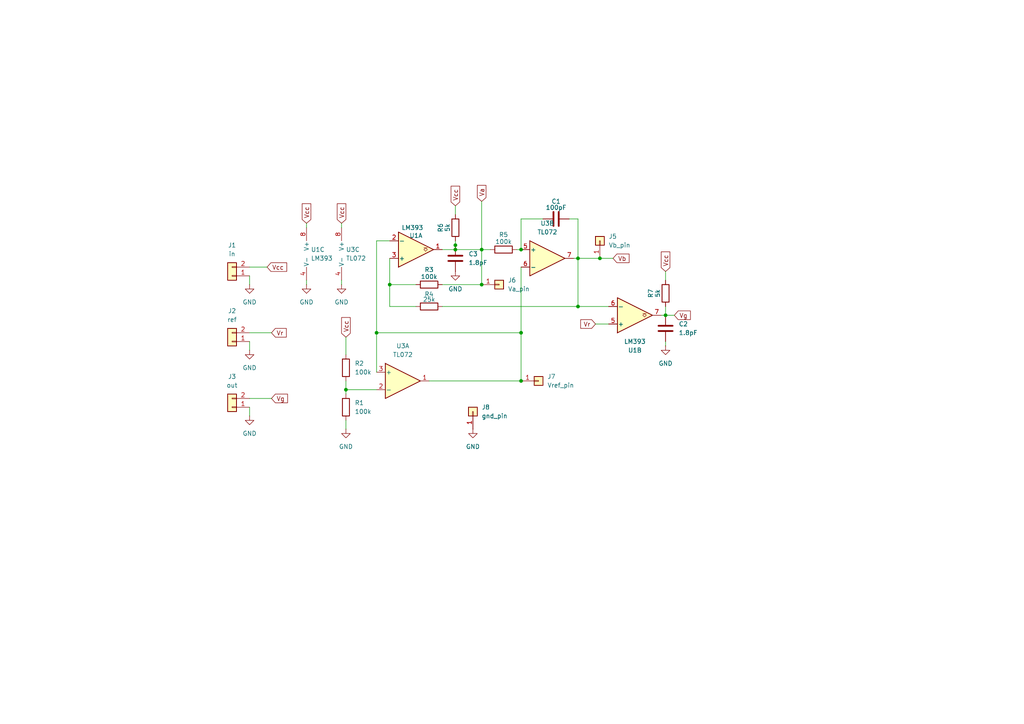
<source format=kicad_sch>
(kicad_sch
	(version 20250114)
	(generator "eeschema")
	(generator_version "9.0")
	(uuid "c173b516-44d1-4fca-b05d-de13b0adf578")
	(paper "A4")
	(lib_symbols
		(symbol "Amplifier_Operational:TL072"
			(pin_names
				(offset 0.127)
			)
			(exclude_from_sim no)
			(in_bom yes)
			(on_board yes)
			(property "Reference" "U"
				(at 0 5.08 0)
				(effects
					(font
						(size 1.27 1.27)
					)
					(justify left)
				)
			)
			(property "Value" "TL072"
				(at 0 -5.08 0)
				(effects
					(font
						(size 1.27 1.27)
					)
					(justify left)
				)
			)
			(property "Footprint" ""
				(at 0 0 0)
				(effects
					(font
						(size 1.27 1.27)
					)
					(hide yes)
				)
			)
			(property "Datasheet" "http://www.ti.com/lit/ds/symlink/tl071.pdf"
				(at 0 0 0)
				(effects
					(font
						(size 1.27 1.27)
					)
					(hide yes)
				)
			)
			(property "Description" "Dual Low-Noise JFET-Input Operational Amplifiers, DIP-8/SOIC-8"
				(at 0 0 0)
				(effects
					(font
						(size 1.27 1.27)
					)
					(hide yes)
				)
			)
			(property "ki_locked" ""
				(at 0 0 0)
				(effects
					(font
						(size 1.27 1.27)
					)
				)
			)
			(property "ki_keywords" "dual opamp"
				(at 0 0 0)
				(effects
					(font
						(size 1.27 1.27)
					)
					(hide yes)
				)
			)
			(property "ki_fp_filters" "SOIC*3.9x4.9mm*P1.27mm* DIP*W7.62mm* TO*99* OnSemi*Micro8* TSSOP*3x3mm*P0.65mm* TSSOP*4.4x3mm*P0.65mm* MSOP*3x3mm*P0.65mm* SSOP*3.9x4.9mm*P0.635mm* LFCSP*2x2mm*P0.5mm* *SIP* SOIC*5.3x6.2mm*P1.27mm*"
				(at 0 0 0)
				(effects
					(font
						(size 1.27 1.27)
					)
					(hide yes)
				)
			)
			(symbol "TL072_1_1"
				(polyline
					(pts
						(xy -5.08 5.08) (xy 5.08 0) (xy -5.08 -5.08) (xy -5.08 5.08)
					)
					(stroke
						(width 0.254)
						(type default)
					)
					(fill
						(type background)
					)
				)
				(pin input line
					(at -7.62 2.54 0)
					(length 2.54)
					(name "+"
						(effects
							(font
								(size 1.27 1.27)
							)
						)
					)
					(number "3"
						(effects
							(font
								(size 1.27 1.27)
							)
						)
					)
				)
				(pin input line
					(at -7.62 -2.54 0)
					(length 2.54)
					(name "-"
						(effects
							(font
								(size 1.27 1.27)
							)
						)
					)
					(number "2"
						(effects
							(font
								(size 1.27 1.27)
							)
						)
					)
				)
				(pin output line
					(at 7.62 0 180)
					(length 2.54)
					(name "~"
						(effects
							(font
								(size 1.27 1.27)
							)
						)
					)
					(number "1"
						(effects
							(font
								(size 1.27 1.27)
							)
						)
					)
				)
			)
			(symbol "TL072_2_1"
				(polyline
					(pts
						(xy -5.08 5.08) (xy 5.08 0) (xy -5.08 -5.08) (xy -5.08 5.08)
					)
					(stroke
						(width 0.254)
						(type default)
					)
					(fill
						(type background)
					)
				)
				(pin input line
					(at -7.62 2.54 0)
					(length 2.54)
					(name "+"
						(effects
							(font
								(size 1.27 1.27)
							)
						)
					)
					(number "5"
						(effects
							(font
								(size 1.27 1.27)
							)
						)
					)
				)
				(pin input line
					(at -7.62 -2.54 0)
					(length 2.54)
					(name "-"
						(effects
							(font
								(size 1.27 1.27)
							)
						)
					)
					(number "6"
						(effects
							(font
								(size 1.27 1.27)
							)
						)
					)
				)
				(pin output line
					(at 7.62 0 180)
					(length 2.54)
					(name "~"
						(effects
							(font
								(size 1.27 1.27)
							)
						)
					)
					(number "7"
						(effects
							(font
								(size 1.27 1.27)
							)
						)
					)
				)
			)
			(symbol "TL072_3_1"
				(pin power_in line
					(at -2.54 7.62 270)
					(length 3.81)
					(name "V+"
						(effects
							(font
								(size 1.27 1.27)
							)
						)
					)
					(number "8"
						(effects
							(font
								(size 1.27 1.27)
							)
						)
					)
				)
				(pin power_in line
					(at -2.54 -7.62 90)
					(length 3.81)
					(name "V-"
						(effects
							(font
								(size 1.27 1.27)
							)
						)
					)
					(number "4"
						(effects
							(font
								(size 1.27 1.27)
							)
						)
					)
				)
			)
			(embedded_fonts no)
		)
		(symbol "Comparator:LM393"
			(pin_names
				(offset 0.127)
			)
			(exclude_from_sim no)
			(in_bom yes)
			(on_board yes)
			(property "Reference" "U"
				(at 3.81 3.81 0)
				(effects
					(font
						(size 1.27 1.27)
					)
				)
			)
			(property "Value" "LM393"
				(at 6.35 -3.81 0)
				(effects
					(font
						(size 1.27 1.27)
					)
				)
			)
			(property "Footprint" ""
				(at 0 0 0)
				(effects
					(font
						(size 1.27 1.27)
					)
					(hide yes)
				)
			)
			(property "Datasheet" "http://www.ti.com/lit/ds/symlink/lm393.pdf"
				(at 0 0 0)
				(effects
					(font
						(size 1.27 1.27)
					)
					(hide yes)
				)
			)
			(property "Description" "Low-Power, Low-Offset Voltage, Dual Comparators, DIP-8/SOIC-8/TO-99-8"
				(at 0 0 0)
				(effects
					(font
						(size 1.27 1.27)
					)
					(hide yes)
				)
			)
			(property "ki_locked" ""
				(at 0 0 0)
				(effects
					(font
						(size 1.27 1.27)
					)
				)
			)
			(property "ki_keywords" "cmp open collector"
				(at 0 0 0)
				(effects
					(font
						(size 1.27 1.27)
					)
					(hide yes)
				)
			)
			(property "ki_fp_filters" "SOIC*3.9x4.9mm*P1.27mm* DIP*W7.62mm* SOP*5.28x5.23mm*P1.27mm* VSSOP*3x3mm*P0.65mm* TSSOP*4.4x3mm*P0.65mm*"
				(at 0 0 0)
				(effects
					(font
						(size 1.27 1.27)
					)
					(hide yes)
				)
			)
			(symbol "LM393_1_1"
				(polyline
					(pts
						(xy -5.08 5.08) (xy 5.08 0) (xy -5.08 -5.08) (xy -5.08 5.08)
					)
					(stroke
						(width 0.254)
						(type default)
					)
					(fill
						(type background)
					)
				)
				(polyline
					(pts
						(xy 3.302 -0.508) (xy 2.794 -0.508) (xy 3.302 0) (xy 2.794 0.508) (xy 2.286 0) (xy 2.794 -0.508)
						(xy 2.286 -0.508)
					)
					(stroke
						(width 0.127)
						(type default)
					)
					(fill
						(type none)
					)
				)
				(pin input line
					(at -7.62 2.54 0)
					(length 2.54)
					(name "+"
						(effects
							(font
								(size 1.27 1.27)
							)
						)
					)
					(number "3"
						(effects
							(font
								(size 1.27 1.27)
							)
						)
					)
				)
				(pin input line
					(at -7.62 -2.54 0)
					(length 2.54)
					(name "-"
						(effects
							(font
								(size 1.27 1.27)
							)
						)
					)
					(number "2"
						(effects
							(font
								(size 1.27 1.27)
							)
						)
					)
				)
				(pin open_collector line
					(at 7.62 0 180)
					(length 2.54)
					(name "~"
						(effects
							(font
								(size 1.27 1.27)
							)
						)
					)
					(number "1"
						(effects
							(font
								(size 1.27 1.27)
							)
						)
					)
				)
			)
			(symbol "LM393_2_1"
				(polyline
					(pts
						(xy -5.08 5.08) (xy 5.08 0) (xy -5.08 -5.08) (xy -5.08 5.08)
					)
					(stroke
						(width 0.254)
						(type default)
					)
					(fill
						(type background)
					)
				)
				(polyline
					(pts
						(xy 3.302 -0.508) (xy 2.794 -0.508) (xy 3.302 0) (xy 2.794 0.508) (xy 2.286 0) (xy 2.794 -0.508)
						(xy 2.286 -0.508)
					)
					(stroke
						(width 0.127)
						(type default)
					)
					(fill
						(type none)
					)
				)
				(pin input line
					(at -7.62 2.54 0)
					(length 2.54)
					(name "+"
						(effects
							(font
								(size 1.27 1.27)
							)
						)
					)
					(number "5"
						(effects
							(font
								(size 1.27 1.27)
							)
						)
					)
				)
				(pin input line
					(at -7.62 -2.54 0)
					(length 2.54)
					(name "-"
						(effects
							(font
								(size 1.27 1.27)
							)
						)
					)
					(number "6"
						(effects
							(font
								(size 1.27 1.27)
							)
						)
					)
				)
				(pin open_collector line
					(at 7.62 0 180)
					(length 2.54)
					(name "~"
						(effects
							(font
								(size 1.27 1.27)
							)
						)
					)
					(number "7"
						(effects
							(font
								(size 1.27 1.27)
							)
						)
					)
				)
			)
			(symbol "LM393_3_1"
				(pin power_in line
					(at -2.54 7.62 270)
					(length 3.81)
					(name "V+"
						(effects
							(font
								(size 1.27 1.27)
							)
						)
					)
					(number "8"
						(effects
							(font
								(size 1.27 1.27)
							)
						)
					)
				)
				(pin power_in line
					(at -2.54 -7.62 90)
					(length 3.81)
					(name "V-"
						(effects
							(font
								(size 1.27 1.27)
							)
						)
					)
					(number "4"
						(effects
							(font
								(size 1.27 1.27)
							)
						)
					)
				)
			)
			(embedded_fonts no)
		)
		(symbol "Connector_Generic:Conn_01x01"
			(pin_names
				(offset 1.016)
				(hide yes)
			)
			(exclude_from_sim no)
			(in_bom yes)
			(on_board yes)
			(property "Reference" "J"
				(at 0 2.54 0)
				(effects
					(font
						(size 1.27 1.27)
					)
				)
			)
			(property "Value" "Conn_01x01"
				(at 0 -2.54 0)
				(effects
					(font
						(size 1.27 1.27)
					)
				)
			)
			(property "Footprint" ""
				(at 0 0 0)
				(effects
					(font
						(size 1.27 1.27)
					)
					(hide yes)
				)
			)
			(property "Datasheet" "~"
				(at 0 0 0)
				(effects
					(font
						(size 1.27 1.27)
					)
					(hide yes)
				)
			)
			(property "Description" "Generic connector, single row, 01x01, script generated (kicad-library-utils/schlib/autogen/connector/)"
				(at 0 0 0)
				(effects
					(font
						(size 1.27 1.27)
					)
					(hide yes)
				)
			)
			(property "ki_keywords" "connector"
				(at 0 0 0)
				(effects
					(font
						(size 1.27 1.27)
					)
					(hide yes)
				)
			)
			(property "ki_fp_filters" "Connector*:*_1x??_*"
				(at 0 0 0)
				(effects
					(font
						(size 1.27 1.27)
					)
					(hide yes)
				)
			)
			(symbol "Conn_01x01_1_1"
				(rectangle
					(start -1.27 1.27)
					(end 1.27 -1.27)
					(stroke
						(width 0.254)
						(type default)
					)
					(fill
						(type background)
					)
				)
				(rectangle
					(start -1.27 0.127)
					(end 0 -0.127)
					(stroke
						(width 0.1524)
						(type default)
					)
					(fill
						(type none)
					)
				)
				(pin passive line
					(at -5.08 0 0)
					(length 3.81)
					(name "Pin_1"
						(effects
							(font
								(size 1.27 1.27)
							)
						)
					)
					(number "1"
						(effects
							(font
								(size 1.27 1.27)
							)
						)
					)
				)
			)
			(embedded_fonts no)
		)
		(symbol "Connector_Generic:Conn_01x02"
			(pin_names
				(offset 1.016)
				(hide yes)
			)
			(exclude_from_sim no)
			(in_bom yes)
			(on_board yes)
			(property "Reference" "J"
				(at 0 2.54 0)
				(effects
					(font
						(size 1.27 1.27)
					)
				)
			)
			(property "Value" "Conn_01x02"
				(at 0 -5.08 0)
				(effects
					(font
						(size 1.27 1.27)
					)
				)
			)
			(property "Footprint" ""
				(at 0 0 0)
				(effects
					(font
						(size 1.27 1.27)
					)
					(hide yes)
				)
			)
			(property "Datasheet" "~"
				(at 0 0 0)
				(effects
					(font
						(size 1.27 1.27)
					)
					(hide yes)
				)
			)
			(property "Description" "Generic connector, single row, 01x02, script generated (kicad-library-utils/schlib/autogen/connector/)"
				(at 0 0 0)
				(effects
					(font
						(size 1.27 1.27)
					)
					(hide yes)
				)
			)
			(property "ki_keywords" "connector"
				(at 0 0 0)
				(effects
					(font
						(size 1.27 1.27)
					)
					(hide yes)
				)
			)
			(property "ki_fp_filters" "Connector*:*_1x??_*"
				(at 0 0 0)
				(effects
					(font
						(size 1.27 1.27)
					)
					(hide yes)
				)
			)
			(symbol "Conn_01x02_1_1"
				(rectangle
					(start -1.27 1.27)
					(end 1.27 -3.81)
					(stroke
						(width 0.254)
						(type default)
					)
					(fill
						(type background)
					)
				)
				(rectangle
					(start -1.27 0.127)
					(end 0 -0.127)
					(stroke
						(width 0.1524)
						(type default)
					)
					(fill
						(type none)
					)
				)
				(rectangle
					(start -1.27 -2.413)
					(end 0 -2.667)
					(stroke
						(width 0.1524)
						(type default)
					)
					(fill
						(type none)
					)
				)
				(pin passive line
					(at -5.08 0 0)
					(length 3.81)
					(name "Pin_1"
						(effects
							(font
								(size 1.27 1.27)
							)
						)
					)
					(number "1"
						(effects
							(font
								(size 1.27 1.27)
							)
						)
					)
				)
				(pin passive line
					(at -5.08 -2.54 0)
					(length 3.81)
					(name "Pin_2"
						(effects
							(font
								(size 1.27 1.27)
							)
						)
					)
					(number "2"
						(effects
							(font
								(size 1.27 1.27)
							)
						)
					)
				)
			)
			(embedded_fonts no)
		)
		(symbol "Device:C"
			(pin_numbers
				(hide yes)
			)
			(pin_names
				(offset 0.254)
			)
			(exclude_from_sim no)
			(in_bom yes)
			(on_board yes)
			(property "Reference" "C"
				(at 0.635 2.54 0)
				(effects
					(font
						(size 1.27 1.27)
					)
					(justify left)
				)
			)
			(property "Value" "C"
				(at 0.635 -2.54 0)
				(effects
					(font
						(size 1.27 1.27)
					)
					(justify left)
				)
			)
			(property "Footprint" ""
				(at 0.9652 -3.81 0)
				(effects
					(font
						(size 1.27 1.27)
					)
					(hide yes)
				)
			)
			(property "Datasheet" "~"
				(at 0 0 0)
				(effects
					(font
						(size 1.27 1.27)
					)
					(hide yes)
				)
			)
			(property "Description" "Unpolarized capacitor"
				(at 0 0 0)
				(effects
					(font
						(size 1.27 1.27)
					)
					(hide yes)
				)
			)
			(property "ki_keywords" "cap capacitor"
				(at 0 0 0)
				(effects
					(font
						(size 1.27 1.27)
					)
					(hide yes)
				)
			)
			(property "ki_fp_filters" "C_*"
				(at 0 0 0)
				(effects
					(font
						(size 1.27 1.27)
					)
					(hide yes)
				)
			)
			(symbol "C_0_1"
				(polyline
					(pts
						(xy -2.032 0.762) (xy 2.032 0.762)
					)
					(stroke
						(width 0.508)
						(type default)
					)
					(fill
						(type none)
					)
				)
				(polyline
					(pts
						(xy -2.032 -0.762) (xy 2.032 -0.762)
					)
					(stroke
						(width 0.508)
						(type default)
					)
					(fill
						(type none)
					)
				)
			)
			(symbol "C_1_1"
				(pin passive line
					(at 0 3.81 270)
					(length 2.794)
					(name "~"
						(effects
							(font
								(size 1.27 1.27)
							)
						)
					)
					(number "1"
						(effects
							(font
								(size 1.27 1.27)
							)
						)
					)
				)
				(pin passive line
					(at 0 -3.81 90)
					(length 2.794)
					(name "~"
						(effects
							(font
								(size 1.27 1.27)
							)
						)
					)
					(number "2"
						(effects
							(font
								(size 1.27 1.27)
							)
						)
					)
				)
			)
			(embedded_fonts no)
		)
		(symbol "Device:R"
			(pin_numbers
				(hide yes)
			)
			(pin_names
				(offset 0)
			)
			(exclude_from_sim no)
			(in_bom yes)
			(on_board yes)
			(property "Reference" "R"
				(at 2.032 0 90)
				(effects
					(font
						(size 1.27 1.27)
					)
				)
			)
			(property "Value" "R"
				(at 0 0 90)
				(effects
					(font
						(size 1.27 1.27)
					)
				)
			)
			(property "Footprint" ""
				(at -1.778 0 90)
				(effects
					(font
						(size 1.27 1.27)
					)
					(hide yes)
				)
			)
			(property "Datasheet" "~"
				(at 0 0 0)
				(effects
					(font
						(size 1.27 1.27)
					)
					(hide yes)
				)
			)
			(property "Description" "Resistor"
				(at 0 0 0)
				(effects
					(font
						(size 1.27 1.27)
					)
					(hide yes)
				)
			)
			(property "ki_keywords" "R res resistor"
				(at 0 0 0)
				(effects
					(font
						(size 1.27 1.27)
					)
					(hide yes)
				)
			)
			(property "ki_fp_filters" "R_*"
				(at 0 0 0)
				(effects
					(font
						(size 1.27 1.27)
					)
					(hide yes)
				)
			)
			(symbol "R_0_1"
				(rectangle
					(start -1.016 -2.54)
					(end 1.016 2.54)
					(stroke
						(width 0.254)
						(type default)
					)
					(fill
						(type none)
					)
				)
			)
			(symbol "R_1_1"
				(pin passive line
					(at 0 3.81 270)
					(length 1.27)
					(name "~"
						(effects
							(font
								(size 1.27 1.27)
							)
						)
					)
					(number "1"
						(effects
							(font
								(size 1.27 1.27)
							)
						)
					)
				)
				(pin passive line
					(at 0 -3.81 90)
					(length 1.27)
					(name "~"
						(effects
							(font
								(size 1.27 1.27)
							)
						)
					)
					(number "2"
						(effects
							(font
								(size 1.27 1.27)
							)
						)
					)
				)
			)
			(embedded_fonts no)
		)
		(symbol "power:GND"
			(power)
			(pin_numbers
				(hide yes)
			)
			(pin_names
				(offset 0)
				(hide yes)
			)
			(exclude_from_sim no)
			(in_bom yes)
			(on_board yes)
			(property "Reference" "#PWR"
				(at 0 -6.35 0)
				(effects
					(font
						(size 1.27 1.27)
					)
					(hide yes)
				)
			)
			(property "Value" "GND"
				(at 0 -3.81 0)
				(effects
					(font
						(size 1.27 1.27)
					)
				)
			)
			(property "Footprint" ""
				(at 0 0 0)
				(effects
					(font
						(size 1.27 1.27)
					)
					(hide yes)
				)
			)
			(property "Datasheet" ""
				(at 0 0 0)
				(effects
					(font
						(size 1.27 1.27)
					)
					(hide yes)
				)
			)
			(property "Description" "Power symbol creates a global label with name \"GND\" , ground"
				(at 0 0 0)
				(effects
					(font
						(size 1.27 1.27)
					)
					(hide yes)
				)
			)
			(property "ki_keywords" "global power"
				(at 0 0 0)
				(effects
					(font
						(size 1.27 1.27)
					)
					(hide yes)
				)
			)
			(symbol "GND_0_1"
				(polyline
					(pts
						(xy 0 0) (xy 0 -1.27) (xy 1.27 -1.27) (xy 0 -2.54) (xy -1.27 -1.27) (xy 0 -1.27)
					)
					(stroke
						(width 0)
						(type default)
					)
					(fill
						(type none)
					)
				)
			)
			(symbol "GND_1_1"
				(pin power_in line
					(at 0 0 270)
					(length 0)
					(name "~"
						(effects
							(font
								(size 1.27 1.27)
							)
						)
					)
					(number "1"
						(effects
							(font
								(size 1.27 1.27)
							)
						)
					)
				)
			)
			(embedded_fonts no)
		)
	)
	(junction
		(at 167.64 88.9)
		(diameter 0)
		(color 0 0 0 0)
		(uuid "1aa97f6e-1bf2-4b8c-ae42-6da0b09ac34b")
	)
	(junction
		(at 173.99 74.93)
		(diameter 0)
		(color 0 0 0 0)
		(uuid "201960fe-b1ed-46e9-96bd-c1f4c2c98564")
	)
	(junction
		(at 109.22 96.52)
		(diameter 0)
		(color 0 0 0 0)
		(uuid "227371e6-44a1-4ab8-a787-55696831edb8")
	)
	(junction
		(at 193.04 91.44)
		(diameter 0)
		(color 0 0 0 0)
		(uuid "346c2680-a211-437e-9c6b-872463f3debb")
	)
	(junction
		(at 167.64 74.93)
		(diameter 0)
		(color 0 0 0 0)
		(uuid "45576925-81be-4680-8e48-4ce729608153")
	)
	(junction
		(at 113.03 82.55)
		(diameter 0)
		(color 0 0 0 0)
		(uuid "4e5b61d1-a317-4b94-ab6d-4d441ca8f9eb")
	)
	(junction
		(at 100.33 113.03)
		(diameter 0)
		(color 0 0 0 0)
		(uuid "5c1492e8-9ebd-4818-bd36-c67c7676fa2a")
	)
	(junction
		(at 132.08 71.12)
		(diameter 0)
		(color 0 0 0 0)
		(uuid "62e5d95d-9219-4ab5-a85f-d5bfeae2bb91")
	)
	(junction
		(at 151.13 72.39)
		(diameter 0)
		(color 0 0 0 0)
		(uuid "6f202538-8e18-49f0-ada9-c7e02824ee8f")
	)
	(junction
		(at 151.13 110.49)
		(diameter 0)
		(color 0 0 0 0)
		(uuid "79a6e053-af08-4a1a-ad2b-049fa04c7354")
	)
	(junction
		(at 132.08 72.39)
		(diameter 0)
		(color 0 0 0 0)
		(uuid "7f7cc0f8-17cb-4a57-a678-d0d7fcdf955f")
	)
	(junction
		(at 139.7 82.55)
		(diameter 0)
		(color 0 0 0 0)
		(uuid "bb9d2ef3-4221-47f0-9214-bd9edf3f732d")
	)
	(junction
		(at 139.7 72.39)
		(diameter 0)
		(color 0 0 0 0)
		(uuid "c04808eb-78d1-4ef0-ad04-ae21a47369c4")
	)
	(junction
		(at 151.13 96.52)
		(diameter 0)
		(color 0 0 0 0)
		(uuid "c8c2f0b1-0963-456d-a40b-22027f796703")
	)
	(wire
		(pts
			(xy 167.64 88.9) (xy 176.53 88.9)
		)
		(stroke
			(width 0)
			(type default)
		)
		(uuid "03cf1681-cbcb-485b-ba45-3c1f05b8c139")
	)
	(wire
		(pts
			(xy 139.7 72.39) (xy 132.08 72.39)
		)
		(stroke
			(width 0)
			(type default)
		)
		(uuid "05b7c347-0cb5-4642-9960-23708d1dec66")
	)
	(wire
		(pts
			(xy 193.04 78.74) (xy 193.04 81.28)
		)
		(stroke
			(width 0)
			(type default)
		)
		(uuid "06485d46-e920-444a-9de7-95d2a69c2492")
	)
	(wire
		(pts
			(xy 167.64 74.93) (xy 173.99 74.93)
		)
		(stroke
			(width 0)
			(type default)
		)
		(uuid "16fbc7fe-84c2-44c1-95e3-781477e55648")
	)
	(wire
		(pts
			(xy 72.39 77.47) (xy 77.47 77.47)
		)
		(stroke
			(width 0)
			(type default)
		)
		(uuid "18754f6e-93a8-4ccb-847a-8faaaa2c08c8")
	)
	(wire
		(pts
			(xy 167.64 74.93) (xy 167.64 63.5)
		)
		(stroke
			(width 0)
			(type default)
		)
		(uuid "192e1328-8f99-4ce0-ba47-a93fba593aae")
	)
	(wire
		(pts
			(xy 88.9 81.28) (xy 88.9 82.55)
		)
		(stroke
			(width 0)
			(type default)
		)
		(uuid "1d856709-5da1-4ae5-878c-84389b78e7fe")
	)
	(wire
		(pts
			(xy 124.46 110.49) (xy 151.13 110.49)
		)
		(stroke
			(width 0)
			(type default)
		)
		(uuid "1de00b41-33a6-494d-a54a-5c844cddebf0")
	)
	(wire
		(pts
			(xy 99.06 64.77) (xy 99.06 66.04)
		)
		(stroke
			(width 0)
			(type default)
		)
		(uuid "1ed76978-5901-4006-a44b-9278530d33a6")
	)
	(wire
		(pts
			(xy 151.13 63.5) (xy 151.13 72.39)
		)
		(stroke
			(width 0)
			(type default)
		)
		(uuid "2300e531-1de9-4a88-9490-06fa4bea6f69")
	)
	(wire
		(pts
			(xy 128.27 72.39) (xy 132.08 72.39)
		)
		(stroke
			(width 0)
			(type default)
		)
		(uuid "397da638-016e-4b48-9fbf-92e6d4ba2577")
	)
	(wire
		(pts
			(xy 100.33 97.79) (xy 100.33 102.87)
		)
		(stroke
			(width 0)
			(type default)
		)
		(uuid "3a31f395-e77d-474b-9f95-473adb5bea30")
	)
	(wire
		(pts
			(xy 109.22 69.85) (xy 113.03 69.85)
		)
		(stroke
			(width 0)
			(type default)
		)
		(uuid "3bee1dbf-23a9-4743-95d0-b2c99eebfe90")
	)
	(wire
		(pts
			(xy 100.33 110.49) (xy 100.33 113.03)
		)
		(stroke
			(width 0)
			(type default)
		)
		(uuid "3e686814-733a-458e-85aa-4fbea3a6fd5f")
	)
	(wire
		(pts
			(xy 167.64 74.93) (xy 167.64 88.9)
		)
		(stroke
			(width 0)
			(type default)
		)
		(uuid "3ef4309b-70b7-4d17-814f-a639daadf578")
	)
	(wire
		(pts
			(xy 72.39 80.01) (xy 72.39 82.55)
		)
		(stroke
			(width 0)
			(type default)
		)
		(uuid "3fd4e43c-ad7c-44fd-8b06-3736bcc2e6ab")
	)
	(wire
		(pts
			(xy 109.22 96.52) (xy 109.22 69.85)
		)
		(stroke
			(width 0)
			(type default)
		)
		(uuid "43c836db-c523-4f54-8cd3-84274522e666")
	)
	(wire
		(pts
			(xy 151.13 77.47) (xy 151.13 96.52)
		)
		(stroke
			(width 0)
			(type default)
		)
		(uuid "48d204e8-1b32-4f6c-a792-e7aeabecc5da")
	)
	(wire
		(pts
			(xy 113.03 74.93) (xy 113.03 82.55)
		)
		(stroke
			(width 0)
			(type default)
		)
		(uuid "4ddbb3b5-51c5-474b-b88b-a423f464733e")
	)
	(wire
		(pts
			(xy 109.22 96.52) (xy 109.22 107.95)
		)
		(stroke
			(width 0)
			(type default)
		)
		(uuid "511e4829-0d3b-49cb-b6f7-24b193029feb")
	)
	(wire
		(pts
			(xy 193.04 88.9) (xy 193.04 91.44)
		)
		(stroke
			(width 0)
			(type default)
		)
		(uuid "54cecd0f-56ba-4692-a437-158a29f40afb")
	)
	(wire
		(pts
			(xy 132.08 69.85) (xy 132.08 71.12)
		)
		(stroke
			(width 0)
			(type default)
		)
		(uuid "576fb7de-02d1-4b90-b8ed-e250572d71cd")
	)
	(wire
		(pts
			(xy 172.72 93.98) (xy 176.53 93.98)
		)
		(stroke
			(width 0)
			(type default)
		)
		(uuid "5904e6aa-e351-4f80-9e1b-3ce6ebf1e43e")
	)
	(wire
		(pts
			(xy 193.04 100.33) (xy 193.04 99.06)
		)
		(stroke
			(width 0)
			(type default)
		)
		(uuid "59a83372-a6fc-461d-b6d3-c593edf6f781")
	)
	(wire
		(pts
			(xy 72.39 96.52) (xy 78.74 96.52)
		)
		(stroke
			(width 0)
			(type default)
		)
		(uuid "5bf0296c-97f7-441b-af36-4ed13c7d8de4")
	)
	(wire
		(pts
			(xy 139.7 82.55) (xy 139.7 72.39)
		)
		(stroke
			(width 0)
			(type default)
		)
		(uuid "60b77b96-fe3e-4944-b83b-35e0491eb1bd")
	)
	(wire
		(pts
			(xy 100.33 121.92) (xy 100.33 124.46)
		)
		(stroke
			(width 0)
			(type default)
		)
		(uuid "63db0a2f-3440-42ae-bd10-7a4d28faaba6")
	)
	(wire
		(pts
			(xy 173.99 74.93) (xy 177.8 74.93)
		)
		(stroke
			(width 0)
			(type default)
		)
		(uuid "681e6c92-00e4-4640-9584-3a392b5eec8a")
	)
	(wire
		(pts
			(xy 72.39 99.06) (xy 72.39 101.6)
		)
		(stroke
			(width 0)
			(type default)
		)
		(uuid "6a252470-dc74-4120-ac17-9f04548659f6")
	)
	(wire
		(pts
			(xy 88.9 64.77) (xy 88.9 66.04)
		)
		(stroke
			(width 0)
			(type default)
		)
		(uuid "6b29ab95-9886-4b71-8189-7fa4a11dbc18")
	)
	(wire
		(pts
			(xy 193.04 91.44) (xy 195.58 91.44)
		)
		(stroke
			(width 0)
			(type default)
		)
		(uuid "6e1e8428-211f-48be-b802-133b4947851b")
	)
	(wire
		(pts
			(xy 113.03 88.9) (xy 120.65 88.9)
		)
		(stroke
			(width 0)
			(type default)
		)
		(uuid "808c273f-316c-4b4f-8f64-e8f0f370bc90")
	)
	(wire
		(pts
			(xy 72.39 118.11) (xy 72.39 120.65)
		)
		(stroke
			(width 0)
			(type default)
		)
		(uuid "87a4418d-a36a-4099-9985-48877e86d7ba")
	)
	(wire
		(pts
			(xy 132.08 71.12) (xy 132.08 72.39)
		)
		(stroke
			(width 0)
			(type default)
		)
		(uuid "889001d5-5819-4db7-bdcb-315fc190385a")
	)
	(wire
		(pts
			(xy 100.33 113.03) (xy 109.22 113.03)
		)
		(stroke
			(width 0)
			(type default)
		)
		(uuid "8b21c7e9-a8c0-41e2-a7bb-34ebf9332972")
	)
	(wire
		(pts
			(xy 99.06 81.28) (xy 99.06 82.55)
		)
		(stroke
			(width 0)
			(type default)
		)
		(uuid "8d73e0db-d896-40e8-87c8-5dcf054d9079")
	)
	(wire
		(pts
			(xy 166.37 74.93) (xy 167.64 74.93)
		)
		(stroke
			(width 0)
			(type default)
		)
		(uuid "9688834d-bf7e-4c67-9dc6-2376acc22b5b")
	)
	(wire
		(pts
			(xy 139.7 72.39) (xy 142.24 72.39)
		)
		(stroke
			(width 0)
			(type default)
		)
		(uuid "9cdb8281-e310-425c-a204-16b188b2bed0")
	)
	(wire
		(pts
			(xy 191.77 91.44) (xy 193.04 91.44)
		)
		(stroke
			(width 0)
			(type default)
		)
		(uuid "a237aab5-c9be-486f-b817-bbd25ea12c93")
	)
	(wire
		(pts
			(xy 151.13 63.5) (xy 157.48 63.5)
		)
		(stroke
			(width 0)
			(type default)
		)
		(uuid "a476ca84-874d-449a-8ac8-97f148b7a550")
	)
	(wire
		(pts
			(xy 72.39 115.57) (xy 78.74 115.57)
		)
		(stroke
			(width 0)
			(type default)
		)
		(uuid "b4c59c01-4bd2-434d-b048-cf25c85272cf")
	)
	(wire
		(pts
			(xy 128.27 88.9) (xy 167.64 88.9)
		)
		(stroke
			(width 0)
			(type default)
		)
		(uuid "ba903884-27c1-4a9d-8e16-47060f1610ec")
	)
	(wire
		(pts
			(xy 113.03 82.55) (xy 120.65 82.55)
		)
		(stroke
			(width 0)
			(type default)
		)
		(uuid "c6595139-9590-43e8-bc72-2d7630f24069")
	)
	(wire
		(pts
			(xy 113.03 82.55) (xy 113.03 88.9)
		)
		(stroke
			(width 0)
			(type default)
		)
		(uuid "c838750f-713a-43b0-a5c5-a9bf80661692")
	)
	(wire
		(pts
			(xy 100.33 113.03) (xy 100.33 114.3)
		)
		(stroke
			(width 0)
			(type default)
		)
		(uuid "ce24155e-10cd-4fd4-82ec-0aef6cbdca1e")
	)
	(wire
		(pts
			(xy 139.7 58.42) (xy 139.7 72.39)
		)
		(stroke
			(width 0)
			(type default)
		)
		(uuid "d861df14-58da-4220-9855-950b7eade5d3")
	)
	(wire
		(pts
			(xy 109.22 96.52) (xy 151.13 96.52)
		)
		(stroke
			(width 0)
			(type default)
		)
		(uuid "ebb28775-d3d8-40b1-806a-14e95d056d3f")
	)
	(wire
		(pts
			(xy 165.1 63.5) (xy 167.64 63.5)
		)
		(stroke
			(width 0)
			(type default)
		)
		(uuid "ef40f160-85f7-41b8-89af-79d0c3d83469")
	)
	(wire
		(pts
			(xy 128.27 82.55) (xy 139.7 82.55)
		)
		(stroke
			(width 0)
			(type default)
		)
		(uuid "efcfe7c6-2384-43f3-b09c-fb588868b7bd")
	)
	(wire
		(pts
			(xy 132.08 59.69) (xy 132.08 62.23)
		)
		(stroke
			(width 0)
			(type default)
		)
		(uuid "f5bc2218-774a-4db7-b8b6-63f5e3dce15d")
	)
	(wire
		(pts
			(xy 151.13 96.52) (xy 151.13 110.49)
		)
		(stroke
			(width 0)
			(type default)
		)
		(uuid "f9641888-e047-4168-bbd3-5578ef098eca")
	)
	(wire
		(pts
			(xy 149.86 72.39) (xy 151.13 72.39)
		)
		(stroke
			(width 0)
			(type default)
		)
		(uuid "fe5814a9-0fab-4dcc-a71d-3e3817be3490")
	)
	(global_label "Vcc"
		(shape input)
		(at 88.9 64.77 90)
		(fields_autoplaced yes)
		(effects
			(font
				(size 1.27 1.27)
			)
			(justify left)
		)
		(uuid "10db0131-614f-4490-9db0-a0cc4264df6a")
		(property "Intersheetrefs" "${INTERSHEET_REFS}"
			(at 88.9 58.519 90)
			(effects
				(font
					(size 1.27 1.27)
				)
				(justify left)
				(hide yes)
			)
		)
	)
	(global_label "Vb"
		(shape input)
		(at 177.8 74.93 0)
		(fields_autoplaced yes)
		(effects
			(font
				(size 1.27 1.27)
			)
			(justify left)
		)
		(uuid "3e227a58-001e-43cc-a969-e10822056b42")
		(property "Intersheetrefs" "${INTERSHEET_REFS}"
			(at 183.0228 74.93 0)
			(effects
				(font
					(size 1.27 1.27)
				)
				(justify left)
				(hide yes)
			)
		)
	)
	(global_label "Vg"
		(shape input)
		(at 195.58 91.44 0)
		(fields_autoplaced yes)
		(effects
			(font
				(size 1.27 1.27)
			)
			(justify left)
		)
		(uuid "44d9c31e-6a36-4216-891c-425e5dd864cd")
		(property "Intersheetrefs" "${INTERSHEET_REFS}"
			(at 200.8028 91.44 0)
			(effects
				(font
					(size 1.27 1.27)
				)
				(justify left)
				(hide yes)
			)
		)
	)
	(global_label "Vcc"
		(shape input)
		(at 99.06 64.77 90)
		(fields_autoplaced yes)
		(effects
			(font
				(size 1.27 1.27)
			)
			(justify left)
		)
		(uuid "44e42e1e-9d86-4e14-82a5-8fed3beb3f17")
		(property "Intersheetrefs" "${INTERSHEET_REFS}"
			(at 99.06 58.519 90)
			(effects
				(font
					(size 1.27 1.27)
				)
				(justify left)
				(hide yes)
			)
		)
	)
	(global_label "Vcc"
		(shape input)
		(at 193.04 78.74 90)
		(fields_autoplaced yes)
		(effects
			(font
				(size 1.27 1.27)
			)
			(justify left)
		)
		(uuid "4a56bcb1-4164-4ac8-8621-a39ad57c68c5")
		(property "Intersheetrefs" "${INTERSHEET_REFS}"
			(at 193.04 72.489 90)
			(effects
				(font
					(size 1.27 1.27)
				)
				(justify left)
				(hide yes)
			)
		)
	)
	(global_label "Vcc"
		(shape input)
		(at 77.47 77.47 0)
		(fields_autoplaced yes)
		(effects
			(font
				(size 1.27 1.27)
			)
			(justify left)
		)
		(uuid "6423add0-59db-45e9-9ad5-318dedc97aac")
		(property "Intersheetrefs" "${INTERSHEET_REFS}"
			(at 83.721 77.47 0)
			(effects
				(font
					(size 1.27 1.27)
				)
				(justify left)
				(hide yes)
			)
		)
	)
	(global_label "Vr"
		(shape input)
		(at 172.72 93.98 180)
		(fields_autoplaced yes)
		(effects
			(font
				(size 1.27 1.27)
			)
			(justify right)
		)
		(uuid "ba0283de-35e6-4d61-93c1-eda54fad0230")
		(property "Intersheetrefs" "${INTERSHEET_REFS}"
			(at 167.86 93.98 0)
			(effects
				(font
					(size 1.27 1.27)
				)
				(justify right)
				(hide yes)
			)
		)
	)
	(global_label "Vg"
		(shape input)
		(at 78.74 115.57 0)
		(fields_autoplaced yes)
		(effects
			(font
				(size 1.27 1.27)
			)
			(justify left)
		)
		(uuid "cbc27866-28b4-4f57-8ef9-5e51a84d418f")
		(property "Intersheetrefs" "${INTERSHEET_REFS}"
			(at 83.9628 115.57 0)
			(effects
				(font
					(size 1.27 1.27)
				)
				(justify left)
				(hide yes)
			)
		)
	)
	(global_label "Vr"
		(shape input)
		(at 78.74 96.52 0)
		(fields_autoplaced yes)
		(effects
			(font
				(size 1.27 1.27)
			)
			(justify left)
		)
		(uuid "dc37a68e-5c68-47c3-9d54-695d9637f0a4")
		(property "Intersheetrefs" "${INTERSHEET_REFS}"
			(at 83.6 96.52 0)
			(effects
				(font
					(size 1.27 1.27)
				)
				(justify left)
				(hide yes)
			)
		)
	)
	(global_label "Va"
		(shape input)
		(at 139.7 58.42 90)
		(fields_autoplaced yes)
		(effects
			(font
				(size 1.27 1.27)
			)
			(justify left)
		)
		(uuid "de38980c-0bb4-4ecc-b6ba-5ecd91f9aeae")
		(property "Intersheetrefs" "${INTERSHEET_REFS}"
			(at 139.7 53.1972 90)
			(effects
				(font
					(size 1.27 1.27)
				)
				(justify left)
				(hide yes)
			)
		)
	)
	(global_label "Vcc"
		(shape input)
		(at 100.33 97.79 90)
		(fields_autoplaced yes)
		(effects
			(font
				(size 1.27 1.27)
			)
			(justify left)
		)
		(uuid "e7fa0609-8dcb-46b0-9aa5-e79e5e5f53cb")
		(property "Intersheetrefs" "${INTERSHEET_REFS}"
			(at 100.33 91.539 90)
			(effects
				(font
					(size 1.27 1.27)
				)
				(justify left)
				(hide yes)
			)
		)
	)
	(global_label "Vcc"
		(shape input)
		(at 132.08 59.69 90)
		(fields_autoplaced yes)
		(effects
			(font
				(size 1.27 1.27)
			)
			(justify left)
		)
		(uuid "f78017dd-ae2a-42ef-b6b3-11f60733357f")
		(property "Intersheetrefs" "${INTERSHEET_REFS}"
			(at 132.08 53.439 90)
			(effects
				(font
					(size 1.27 1.27)
				)
				(justify left)
				(hide yes)
			)
		)
	)
	(symbol
		(lib_id "Comparator:LM393")
		(at 120.65 72.39 0)
		(mirror x)
		(unit 1)
		(exclude_from_sim no)
		(in_bom yes)
		(on_board yes)
		(dnp no)
		(uuid "1265f648-8d43-48bd-9f06-ebca5c46519a")
		(property "Reference" "U1"
			(at 120.65 68.326 0)
			(effects
				(font
					(size 1.27 1.27)
				)
			)
		)
		(property "Value" "LM393"
			(at 119.634 66.04 0)
			(effects
				(font
					(size 1.27 1.27)
				)
			)
		)
		(property "Footprint" "Package_DIP:DIP-8_W7.62mm"
			(at 120.65 72.39 0)
			(effects
				(font
					(size 1.27 1.27)
				)
				(hide yes)
			)
		)
		(property "Datasheet" "http://www.ti.com/lit/ds/symlink/lm393.pdf"
			(at 120.65 72.39 0)
			(effects
				(font
					(size 1.27 1.27)
				)
				(hide yes)
			)
		)
		(property "Description" "Low-Power, Low-Offset Voltage, Dual Comparators, DIP-8/SOIC-8/TO-99-8"
			(at 120.65 72.39 0)
			(effects
				(font
					(size 1.27 1.27)
				)
				(hide yes)
			)
		)
		(pin "5"
			(uuid "4a52075f-7a91-49e6-aac2-62a1720dd00e")
		)
		(pin "3"
			(uuid "9581f477-3a92-438d-9ec9-4e0fba3426b6")
		)
		(pin "6"
			(uuid "9e8ffa97-5d03-4329-8c11-d4de9ba9c956")
		)
		(pin "8"
			(uuid "01f46a3a-d390-442a-b950-f3d481aac2fb")
		)
		(pin "1"
			(uuid "c2e32a47-2142-4252-bb30-ae2ab8da946b")
		)
		(pin "4"
			(uuid "c0637568-17b8-427f-a2d8-de27a6b4cf85")
		)
		(pin "2"
			(uuid "2363afe3-b8e4-43b6-af60-38563544ea72")
		)
		(pin "7"
			(uuid "c20f9c8b-1fbd-49db-9c2f-988c86e019d6")
		)
		(instances
			(project ""
				(path "/c173b516-44d1-4fca-b05d-de13b0adf578"
					(reference "U1")
					(unit 1)
				)
			)
		)
	)
	(symbol
		(lib_id "Device:R")
		(at 132.08 66.04 180)
		(unit 1)
		(exclude_from_sim no)
		(in_bom yes)
		(on_board yes)
		(dnp no)
		(uuid "24e04f58-7f98-4453-afdf-b903e09f4be4")
		(property "Reference" "R6"
			(at 127.762 66.04 90)
			(effects
				(font
					(size 1.27 1.27)
				)
			)
		)
		(property "Value" "5k"
			(at 129.794 66.04 90)
			(effects
				(font
					(size 1.27 1.27)
				)
			)
		)
		(property "Footprint" "Resistor_THT:R_Axial_DIN0204_L3.6mm_D1.6mm_P7.62mm_Horizontal"
			(at 133.858 66.04 90)
			(effects
				(font
					(size 1.27 1.27)
				)
				(hide yes)
			)
		)
		(property "Datasheet" "~"
			(at 132.08 66.04 0)
			(effects
				(font
					(size 1.27 1.27)
				)
				(hide yes)
			)
		)
		(property "Description" "Resistor"
			(at 132.08 66.04 0)
			(effects
				(font
					(size 1.27 1.27)
				)
				(hide yes)
			)
		)
		(pin "2"
			(uuid "8855cf39-5d5a-493a-b1d3-7dd80c03120e")
		)
		(pin "1"
			(uuid "9dfc43a7-0b77-484e-9fd0-dca92162d4c4")
		)
		(instances
			(project "pwm_pcb"
				(path "/c173b516-44d1-4fca-b05d-de13b0adf578"
					(reference "R6")
					(unit 1)
				)
			)
		)
	)
	(symbol
		(lib_id "Connector_Generic:Conn_01x01")
		(at 173.99 69.85 90)
		(unit 1)
		(exclude_from_sim no)
		(in_bom yes)
		(on_board yes)
		(dnp no)
		(fields_autoplaced yes)
		(uuid "2e75f512-6622-4a44-a9af-4223ddecce9a")
		(property "Reference" "J5"
			(at 176.53 68.5799 90)
			(effects
				(font
					(size 1.27 1.27)
				)
				(justify right)
			)
		)
		(property "Value" "Vb_pin"
			(at 176.53 71.1199 90)
			(effects
				(font
					(size 1.27 1.27)
				)
				(justify right)
			)
		)
		(property "Footprint" "Connector_PinHeader_2.54mm:PinHeader_1x01_P2.54mm_Vertical"
			(at 173.99 69.85 0)
			(effects
				(font
					(size 1.27 1.27)
				)
				(hide yes)
			)
		)
		(property "Datasheet" "~"
			(at 173.99 69.85 0)
			(effects
				(font
					(size 1.27 1.27)
				)
				(hide yes)
			)
		)
		(property "Description" "Generic connector, single row, 01x01, script generated (kicad-library-utils/schlib/autogen/connector/)"
			(at 173.99 69.85 0)
			(effects
				(font
					(size 1.27 1.27)
				)
				(hide yes)
			)
		)
		(pin "1"
			(uuid "abe0dfc2-62bc-4e0c-976f-e5d1a11b71a1")
		)
		(instances
			(project ""
				(path "/c173b516-44d1-4fca-b05d-de13b0adf578"
					(reference "J5")
					(unit 1)
				)
			)
		)
	)
	(symbol
		(lib_id "Connector_Generic:Conn_01x01")
		(at 156.21 110.49 0)
		(unit 1)
		(exclude_from_sim no)
		(in_bom yes)
		(on_board yes)
		(dnp no)
		(fields_autoplaced yes)
		(uuid "30c6ab0a-1bb5-49e8-b3d6-a0305bb8266b")
		(property "Reference" "J7"
			(at 158.75 109.2199 0)
			(effects
				(font
					(size 1.27 1.27)
				)
				(justify left)
			)
		)
		(property "Value" "Vref_pin"
			(at 158.75 111.7599 0)
			(effects
				(font
					(size 1.27 1.27)
				)
				(justify left)
			)
		)
		(property "Footprint" "Connector_PinHeader_2.54mm:PinHeader_1x01_P2.54mm_Vertical"
			(at 156.21 110.49 0)
			(effects
				(font
					(size 1.27 1.27)
				)
				(hide yes)
			)
		)
		(property "Datasheet" "~"
			(at 156.21 110.49 0)
			(effects
				(font
					(size 1.27 1.27)
				)
				(hide yes)
			)
		)
		(property "Description" "Generic connector, single row, 01x01, script generated (kicad-library-utils/schlib/autogen/connector/)"
			(at 156.21 110.49 0)
			(effects
				(font
					(size 1.27 1.27)
				)
				(hide yes)
			)
		)
		(pin "1"
			(uuid "26a862b8-293c-441a-a592-ca3f0bcaddde")
		)
		(instances
			(project "pwm_pcb"
				(path "/c173b516-44d1-4fca-b05d-de13b0adf578"
					(reference "J7")
					(unit 1)
				)
			)
		)
	)
	(symbol
		(lib_id "power:GND")
		(at 100.33 124.46 0)
		(unit 1)
		(exclude_from_sim no)
		(in_bom yes)
		(on_board yes)
		(dnp no)
		(fields_autoplaced yes)
		(uuid "362dfd98-3e3e-43bf-ad69-9d1d95581e46")
		(property "Reference" "#PWR01"
			(at 100.33 130.81 0)
			(effects
				(font
					(size 1.27 1.27)
				)
				(hide yes)
			)
		)
		(property "Value" "GND"
			(at 100.33 129.54 0)
			(effects
				(font
					(size 1.27 1.27)
				)
			)
		)
		(property "Footprint" ""
			(at 100.33 124.46 0)
			(effects
				(font
					(size 1.27 1.27)
				)
				(hide yes)
			)
		)
		(property "Datasheet" ""
			(at 100.33 124.46 0)
			(effects
				(font
					(size 1.27 1.27)
				)
				(hide yes)
			)
		)
		(property "Description" "Power symbol creates a global label with name \"GND\" , ground"
			(at 100.33 124.46 0)
			(effects
				(font
					(size 1.27 1.27)
				)
				(hide yes)
			)
		)
		(pin "1"
			(uuid "0dbfe2a7-9438-46ec-ba91-b297c0b597d3")
		)
		(instances
			(project ""
				(path "/c173b516-44d1-4fca-b05d-de13b0adf578"
					(reference "#PWR01")
					(unit 1)
				)
			)
		)
	)
	(symbol
		(lib_id "Device:R")
		(at 100.33 118.11 0)
		(unit 1)
		(exclude_from_sim no)
		(in_bom yes)
		(on_board yes)
		(dnp no)
		(fields_autoplaced yes)
		(uuid "3dec275d-621f-468b-9c06-4476ffa784f3")
		(property "Reference" "R1"
			(at 102.87 116.8399 0)
			(effects
				(font
					(size 1.27 1.27)
				)
				(justify left)
			)
		)
		(property "Value" "100k"
			(at 102.87 119.3799 0)
			(effects
				(font
					(size 1.27 1.27)
				)
				(justify left)
			)
		)
		(property "Footprint" "Resistor_THT:R_Axial_DIN0204_L3.6mm_D1.6mm_P7.62mm_Horizontal"
			(at 98.552 118.11 90)
			(effects
				(font
					(size 1.27 1.27)
				)
				(hide yes)
			)
		)
		(property "Datasheet" "~"
			(at 100.33 118.11 0)
			(effects
				(font
					(size 1.27 1.27)
				)
				(hide yes)
			)
		)
		(property "Description" "Resistor"
			(at 100.33 118.11 0)
			(effects
				(font
					(size 1.27 1.27)
				)
				(hide yes)
			)
		)
		(pin "2"
			(uuid "eb55f8a6-7b64-4f35-b25f-8b327d42ddaf")
		)
		(pin "1"
			(uuid "ec43fc5d-1c65-4b8a-bcbd-c2971b4abd0d")
		)
		(instances
			(project ""
				(path "/c173b516-44d1-4fca-b05d-de13b0adf578"
					(reference "R1")
					(unit 1)
				)
			)
		)
	)
	(symbol
		(lib_id "Connector_Generic:Conn_01x01")
		(at 144.78 82.55 0)
		(unit 1)
		(exclude_from_sim no)
		(in_bom yes)
		(on_board yes)
		(dnp no)
		(fields_autoplaced yes)
		(uuid "437f7884-3286-4bcd-a72c-28d794b18711")
		(property "Reference" "J6"
			(at 147.32 81.2799 0)
			(effects
				(font
					(size 1.27 1.27)
				)
				(justify left)
			)
		)
		(property "Value" "Va_pin"
			(at 147.32 83.8199 0)
			(effects
				(font
					(size 1.27 1.27)
				)
				(justify left)
			)
		)
		(property "Footprint" "Connector_PinHeader_2.54mm:PinHeader_1x01_P2.54mm_Vertical"
			(at 144.78 82.55 0)
			(effects
				(font
					(size 1.27 1.27)
				)
				(hide yes)
			)
		)
		(property "Datasheet" "~"
			(at 144.78 82.55 0)
			(effects
				(font
					(size 1.27 1.27)
				)
				(hide yes)
			)
		)
		(property "Description" "Generic connector, single row, 01x01, script generated (kicad-library-utils/schlib/autogen/connector/)"
			(at 144.78 82.55 0)
			(effects
				(font
					(size 1.27 1.27)
				)
				(hide yes)
			)
		)
		(pin "1"
			(uuid "da5a6913-8d23-49f4-ac0a-dbfbd519a8ce")
		)
		(instances
			(project "pwm_pcb"
				(path "/c173b516-44d1-4fca-b05d-de13b0adf578"
					(reference "J6")
					(unit 1)
				)
			)
		)
	)
	(symbol
		(lib_id "Device:R")
		(at 124.46 88.9 90)
		(unit 1)
		(exclude_from_sim no)
		(in_bom yes)
		(on_board yes)
		(dnp no)
		(uuid "576c0bb5-6174-47a9-a9f0-6812133ff63c")
		(property "Reference" "R4"
			(at 124.46 85.344 90)
			(effects
				(font
					(size 1.27 1.27)
				)
			)
		)
		(property "Value" "25k"
			(at 124.46 86.868 90)
			(effects
				(font
					(size 1.27 1.27)
				)
			)
		)
		(property "Footprint" "Resistor_THT:R_Axial_DIN0204_L3.6mm_D1.6mm_P7.62mm_Horizontal"
			(at 124.46 90.678 90)
			(effects
				(font
					(size 1.27 1.27)
				)
				(hide yes)
			)
		)
		(property "Datasheet" "~"
			(at 124.46 88.9 0)
			(effects
				(font
					(size 1.27 1.27)
				)
				(hide yes)
			)
		)
		(property "Description" "Resistor"
			(at 124.46 88.9 0)
			(effects
				(font
					(size 1.27 1.27)
				)
				(hide yes)
			)
		)
		(pin "2"
			(uuid "ebd5fe93-dec1-49f1-b633-ff8efbbb328b")
		)
		(pin "1"
			(uuid "3b3ce683-9aef-42c5-82c1-dc808ad89582")
		)
		(instances
			(project "pwm_pcb"
				(path "/c173b516-44d1-4fca-b05d-de13b0adf578"
					(reference "R4")
					(unit 1)
				)
			)
		)
	)
	(symbol
		(lib_id "Device:R")
		(at 193.04 85.09 180)
		(unit 1)
		(exclude_from_sim no)
		(in_bom yes)
		(on_board yes)
		(dnp no)
		(uuid "5a5ead25-ee45-448a-9839-836366e82fff")
		(property "Reference" "R7"
			(at 188.722 85.09 90)
			(effects
				(font
					(size 1.27 1.27)
				)
			)
		)
		(property "Value" "5k"
			(at 190.754 85.09 90)
			(effects
				(font
					(size 1.27 1.27)
				)
			)
		)
		(property "Footprint" "Resistor_THT:R_Axial_DIN0204_L3.6mm_D1.6mm_P7.62mm_Horizontal"
			(at 194.818 85.09 90)
			(effects
				(font
					(size 1.27 1.27)
				)
				(hide yes)
			)
		)
		(property "Datasheet" "~"
			(at 193.04 85.09 0)
			(effects
				(font
					(size 1.27 1.27)
				)
				(hide yes)
			)
		)
		(property "Description" "Resistor"
			(at 193.04 85.09 0)
			(effects
				(font
					(size 1.27 1.27)
				)
				(hide yes)
			)
		)
		(pin "2"
			(uuid "4dfa6a63-750b-4586-bc9e-d72e6b48118d")
		)
		(pin "1"
			(uuid "74ad9c1d-fa23-4ce7-99e7-c627af67739a")
		)
		(instances
			(project "pwm_pcb"
				(path "/c173b516-44d1-4fca-b05d-de13b0adf578"
					(reference "R7")
					(unit 1)
				)
			)
		)
	)
	(symbol
		(lib_id "Device:C")
		(at 193.04 95.25 0)
		(unit 1)
		(exclude_from_sim no)
		(in_bom yes)
		(on_board yes)
		(dnp no)
		(fields_autoplaced yes)
		(uuid "681b8256-c05b-4ebe-8a65-d90d6b5d07ad")
		(property "Reference" "C2"
			(at 196.85 93.9799 0)
			(effects
				(font
					(size 1.27 1.27)
				)
				(justify left)
			)
		)
		(property "Value" "1.8pF"
			(at 196.85 96.5199 0)
			(effects
				(font
					(size 1.27 1.27)
				)
				(justify left)
			)
		)
		(property "Footprint" "Capacitor_THT:C_Disc_D4.3mm_W1.9mm_P5.00mm"
			(at 194.0052 99.06 0)
			(effects
				(font
					(size 1.27 1.27)
				)
				(hide yes)
			)
		)
		(property "Datasheet" "~"
			(at 193.04 95.25 0)
			(effects
				(font
					(size 1.27 1.27)
				)
				(hide yes)
			)
		)
		(property "Description" "Unpolarized capacitor"
			(at 193.04 95.25 0)
			(effects
				(font
					(size 1.27 1.27)
				)
				(hide yes)
			)
		)
		(pin "1"
			(uuid "86214dee-d060-42e4-9a64-57966768bec1")
		)
		(pin "2"
			(uuid "2018b312-f262-4a2a-91e3-4dde2f4bd35a")
		)
		(instances
			(project ""
				(path "/c173b516-44d1-4fca-b05d-de13b0adf578"
					(reference "C2")
					(unit 1)
				)
			)
		)
	)
	(symbol
		(lib_id "power:GND")
		(at 193.04 100.33 0)
		(unit 1)
		(exclude_from_sim no)
		(in_bom yes)
		(on_board yes)
		(dnp no)
		(fields_autoplaced yes)
		(uuid "7071905f-1333-4468-a1dd-627d454416fa")
		(property "Reference" "#PWR02"
			(at 193.04 106.68 0)
			(effects
				(font
					(size 1.27 1.27)
				)
				(hide yes)
			)
		)
		(property "Value" "GND"
			(at 193.04 105.41 0)
			(effects
				(font
					(size 1.27 1.27)
				)
			)
		)
		(property "Footprint" ""
			(at 193.04 100.33 0)
			(effects
				(font
					(size 1.27 1.27)
				)
				(hide yes)
			)
		)
		(property "Datasheet" ""
			(at 193.04 100.33 0)
			(effects
				(font
					(size 1.27 1.27)
				)
				(hide yes)
			)
		)
		(property "Description" "Power symbol creates a global label with name \"GND\" , ground"
			(at 193.04 100.33 0)
			(effects
				(font
					(size 1.27 1.27)
				)
				(hide yes)
			)
		)
		(pin "1"
			(uuid "82f3026b-5fd5-4674-961e-d3efeac4cbf7")
		)
		(instances
			(project ""
				(path "/c173b516-44d1-4fca-b05d-de13b0adf578"
					(reference "#PWR02")
					(unit 1)
				)
			)
		)
	)
	(symbol
		(lib_id "Comparator:LM393")
		(at 91.44 73.66 0)
		(unit 3)
		(exclude_from_sim no)
		(in_bom yes)
		(on_board yes)
		(dnp no)
		(fields_autoplaced yes)
		(uuid "82e4d002-6903-4054-8461-2c92253ffefd")
		(property "Reference" "U1"
			(at 90.17 72.3899 0)
			(effects
				(font
					(size 1.27 1.27)
				)
				(justify left)
			)
		)
		(property "Value" "LM393"
			(at 90.17 74.9299 0)
			(effects
				(font
					(size 1.27 1.27)
				)
				(justify left)
			)
		)
		(property "Footprint" "Package_DIP:DIP-8_W7.62mm"
			(at 91.44 73.66 0)
			(effects
				(font
					(size 1.27 1.27)
				)
				(hide yes)
			)
		)
		(property "Datasheet" "http://www.ti.com/lit/ds/symlink/lm393.pdf"
			(at 91.44 73.66 0)
			(effects
				(font
					(size 1.27 1.27)
				)
				(hide yes)
			)
		)
		(property "Description" "Low-Power, Low-Offset Voltage, Dual Comparators, DIP-8/SOIC-8/TO-99-8"
			(at 91.44 73.66 0)
			(effects
				(font
					(size 1.27 1.27)
				)
				(hide yes)
			)
		)
		(pin "5"
			(uuid "4a52075f-7a91-49e6-aac2-62a1720dd00f")
		)
		(pin "3"
			(uuid "9581f477-3a92-438d-9ec9-4e0fba3426b7")
		)
		(pin "6"
			(uuid "9e8ffa97-5d03-4329-8c11-d4de9ba9c957")
		)
		(pin "8"
			(uuid "01f46a3a-d390-442a-b950-f3d481aac2fc")
		)
		(pin "1"
			(uuid "c2e32a47-2142-4252-bb30-ae2ab8da946c")
		)
		(pin "4"
			(uuid "c0637568-17b8-427f-a2d8-de27a6b4cf86")
		)
		(pin "2"
			(uuid "2363afe3-b8e4-43b6-af60-38563544ea73")
		)
		(pin "7"
			(uuid "c20f9c8b-1fbd-49db-9c2f-988c86e019d7")
		)
		(instances
			(project ""
				(path "/c173b516-44d1-4fca-b05d-de13b0adf578"
					(reference "U1")
					(unit 3)
				)
			)
		)
	)
	(symbol
		(lib_id "power:GND")
		(at 137.16 124.46 0)
		(unit 1)
		(exclude_from_sim no)
		(in_bom yes)
		(on_board yes)
		(dnp no)
		(fields_autoplaced yes)
		(uuid "84608947-ce7c-4130-ae3f-54cf13dfade7")
		(property "Reference" "#PWR09"
			(at 137.16 130.81 0)
			(effects
				(font
					(size 1.27 1.27)
				)
				(hide yes)
			)
		)
		(property "Value" "GND"
			(at 137.16 129.54 0)
			(effects
				(font
					(size 1.27 1.27)
				)
			)
		)
		(property "Footprint" ""
			(at 137.16 124.46 0)
			(effects
				(font
					(size 1.27 1.27)
				)
				(hide yes)
			)
		)
		(property "Datasheet" ""
			(at 137.16 124.46 0)
			(effects
				(font
					(size 1.27 1.27)
				)
				(hide yes)
			)
		)
		(property "Description" "Power symbol creates a global label with name \"GND\" , ground"
			(at 137.16 124.46 0)
			(effects
				(font
					(size 1.27 1.27)
				)
				(hide yes)
			)
		)
		(pin "1"
			(uuid "ce4737fc-da23-4b90-89e8-2ec0f895a9fb")
		)
		(instances
			(project ""
				(path "/c173b516-44d1-4fca-b05d-de13b0adf578"
					(reference "#PWR09")
					(unit 1)
				)
			)
		)
	)
	(symbol
		(lib_id "Device:R")
		(at 100.33 106.68 0)
		(unit 1)
		(exclude_from_sim no)
		(in_bom yes)
		(on_board yes)
		(dnp no)
		(fields_autoplaced yes)
		(uuid "8cc5b889-fd03-427f-9138-11da725f8c45")
		(property "Reference" "R2"
			(at 102.87 105.4099 0)
			(effects
				(font
					(size 1.27 1.27)
				)
				(justify left)
			)
		)
		(property "Value" "100k"
			(at 102.87 107.9499 0)
			(effects
				(font
					(size 1.27 1.27)
				)
				(justify left)
			)
		)
		(property "Footprint" "Resistor_THT:R_Axial_DIN0204_L3.6mm_D1.6mm_P7.62mm_Horizontal"
			(at 98.552 106.68 90)
			(effects
				(font
					(size 1.27 1.27)
				)
				(hide yes)
			)
		)
		(property "Datasheet" "~"
			(at 100.33 106.68 0)
			(effects
				(font
					(size 1.27 1.27)
				)
				(hide yes)
			)
		)
		(property "Description" "Resistor"
			(at 100.33 106.68 0)
			(effects
				(font
					(size 1.27 1.27)
				)
				(hide yes)
			)
		)
		(pin "2"
			(uuid "0a8e0252-ada5-400e-8b16-d9d1520636dc")
		)
		(pin "1"
			(uuid "beaaac3e-5568-4430-a813-508ee85c35c6")
		)
		(instances
			(project ""
				(path "/c173b516-44d1-4fca-b05d-de13b0adf578"
					(reference "R2")
					(unit 1)
				)
			)
		)
	)
	(symbol
		(lib_id "Device:C")
		(at 132.08 74.93 0)
		(unit 1)
		(exclude_from_sim no)
		(in_bom yes)
		(on_board yes)
		(dnp no)
		(fields_autoplaced yes)
		(uuid "8ef17ca4-fa9c-4cd0-b203-0aecd2c59242")
		(property "Reference" "C3"
			(at 135.89 73.6599 0)
			(effects
				(font
					(size 1.27 1.27)
				)
				(justify left)
			)
		)
		(property "Value" "1.8pF"
			(at 135.89 76.1999 0)
			(effects
				(font
					(size 1.27 1.27)
				)
				(justify left)
			)
		)
		(property "Footprint" "Capacitor_THT:C_Disc_D4.3mm_W1.9mm_P5.00mm"
			(at 133.0452 78.74 0)
			(effects
				(font
					(size 1.27 1.27)
				)
				(hide yes)
			)
		)
		(property "Datasheet" "~"
			(at 132.08 74.93 0)
			(effects
				(font
					(size 1.27 1.27)
				)
				(hide yes)
			)
		)
		(property "Description" "Unpolarized capacitor"
			(at 132.08 74.93 0)
			(effects
				(font
					(size 1.27 1.27)
				)
				(hide yes)
			)
		)
		(pin "2"
			(uuid "59fcfc7f-5a3f-4067-81cf-9f15751fccc5")
		)
		(pin "1"
			(uuid "d67b4694-5fde-47a9-932f-ff3ff7b27101")
		)
		(instances
			(project ""
				(path "/c173b516-44d1-4fca-b05d-de13b0adf578"
					(reference "C3")
					(unit 1)
				)
			)
		)
	)
	(symbol
		(lib_id "power:GND")
		(at 99.06 82.55 0)
		(unit 1)
		(exclude_from_sim no)
		(in_bom yes)
		(on_board yes)
		(dnp no)
		(fields_autoplaced yes)
		(uuid "9c0eaa98-bfa1-4dfb-8c9d-076b8e8589f3")
		(property "Reference" "#PWR010"
			(at 99.06 88.9 0)
			(effects
				(font
					(size 1.27 1.27)
				)
				(hide yes)
			)
		)
		(property "Value" "GND"
			(at 99.06 87.63 0)
			(effects
				(font
					(size 1.27 1.27)
				)
			)
		)
		(property "Footprint" ""
			(at 99.06 82.55 0)
			(effects
				(font
					(size 1.27 1.27)
				)
				(hide yes)
			)
		)
		(property "Datasheet" ""
			(at 99.06 82.55 0)
			(effects
				(font
					(size 1.27 1.27)
				)
				(hide yes)
			)
		)
		(property "Description" "Power symbol creates a global label with name \"GND\" , ground"
			(at 99.06 82.55 0)
			(effects
				(font
					(size 1.27 1.27)
				)
				(hide yes)
			)
		)
		(pin "1"
			(uuid "a2e2b004-4a43-4ffd-b66a-a2801ede874d")
		)
		(instances
			(project "pwm_pcb_2"
				(path "/c173b516-44d1-4fca-b05d-de13b0adf578"
					(reference "#PWR010")
					(unit 1)
				)
			)
		)
	)
	(symbol
		(lib_id "Device:C")
		(at 161.29 63.5 90)
		(unit 1)
		(exclude_from_sim no)
		(in_bom yes)
		(on_board yes)
		(dnp no)
		(uuid "adc7b11c-a2ac-42eb-bc2c-dde73567fac3")
		(property "Reference" "C1"
			(at 161.29 58.42 90)
			(effects
				(font
					(size 1.27 1.27)
				)
			)
		)
		(property "Value" "100pF"
			(at 161.29 60.198 90)
			(effects
				(font
					(size 1.27 1.27)
				)
			)
		)
		(property "Footprint" "Capacitor_THT:C_Disc_D4.3mm_W1.9mm_P5.00mm"
			(at 165.1 62.5348 0)
			(effects
				(font
					(size 1.27 1.27)
				)
				(hide yes)
			)
		)
		(property "Datasheet" "~"
			(at 161.29 63.5 0)
			(effects
				(font
					(size 1.27 1.27)
				)
				(hide yes)
			)
		)
		(property "Description" "Unpolarized capacitor"
			(at 161.29 63.5 0)
			(effects
				(font
					(size 1.27 1.27)
				)
				(hide yes)
			)
		)
		(pin "1"
			(uuid "051d0ca1-485c-48b6-93a7-7cfdf0c82fa3")
		)
		(pin "2"
			(uuid "c3db7615-f2f8-4f8f-992f-042c664a8602")
		)
		(instances
			(project ""
				(path "/c173b516-44d1-4fca-b05d-de13b0adf578"
					(reference "C1")
					(unit 1)
				)
			)
		)
	)
	(symbol
		(lib_id "Amplifier_Operational:TL072")
		(at 158.75 74.93 0)
		(unit 2)
		(exclude_from_sim no)
		(in_bom yes)
		(on_board yes)
		(dnp no)
		(fields_autoplaced yes)
		(uuid "b131b04e-fca1-4104-96e1-171bff5d39bf")
		(property "Reference" "U3"
			(at 158.75 64.77 0)
			(effects
				(font
					(size 1.27 1.27)
				)
			)
		)
		(property "Value" "TL072"
			(at 158.75 67.31 0)
			(effects
				(font
					(size 1.27 1.27)
				)
			)
		)
		(property "Footprint" "Package_DIP:DIP-8_W7.62mm"
			(at 158.75 74.93 0)
			(effects
				(font
					(size 1.27 1.27)
				)
				(hide yes)
			)
		)
		(property "Datasheet" "http://www.ti.com/lit/ds/symlink/tl071.pdf"
			(at 158.75 74.93 0)
			(effects
				(font
					(size 1.27 1.27)
				)
				(hide yes)
			)
		)
		(property "Description" "Dual Low-Noise JFET-Input Operational Amplifiers, DIP-8/SOIC-8"
			(at 158.75 74.93 0)
			(effects
				(font
					(size 1.27 1.27)
				)
				(hide yes)
			)
		)
		(pin "4"
			(uuid "191ced88-c1a1-4faa-a804-1d983b6f5faf")
		)
		(pin "6"
			(uuid "c6f3e358-a405-4e99-92d5-25b96e532de9")
		)
		(pin "2"
			(uuid "ba44cb00-22c8-46aa-a6e4-1225df6b9cc6")
		)
		(pin "3"
			(uuid "8ed041dd-d044-451b-9307-f1cdaec4fba2")
		)
		(pin "1"
			(uuid "c7e5fd72-3d74-4570-8af7-08ec07548b94")
		)
		(pin "7"
			(uuid "86a9c70a-2364-4fca-9b95-baf9ea6c08af")
		)
		(pin "8"
			(uuid "eda7c8ee-9d94-4824-8d70-aa5580b69ed1")
		)
		(pin "5"
			(uuid "f0aa0389-b6ec-4bf4-bcf8-d1fd677b3345")
		)
		(instances
			(project ""
				(path "/c173b516-44d1-4fca-b05d-de13b0adf578"
					(reference "U3")
					(unit 2)
				)
			)
		)
	)
	(symbol
		(lib_id "Amplifier_Operational:TL072")
		(at 116.84 110.49 0)
		(unit 1)
		(exclude_from_sim no)
		(in_bom yes)
		(on_board yes)
		(dnp no)
		(fields_autoplaced yes)
		(uuid "b5d54dd8-668f-4e71-b29b-d73bc86b9eb2")
		(property "Reference" "U3"
			(at 116.84 100.33 0)
			(effects
				(font
					(size 1.27 1.27)
				)
			)
		)
		(property "Value" "TL072"
			(at 116.84 102.87 0)
			(effects
				(font
					(size 1.27 1.27)
				)
			)
		)
		(property "Footprint" "Package_DIP:DIP-8_W7.62mm"
			(at 116.84 110.49 0)
			(effects
				(font
					(size 1.27 1.27)
				)
				(hide yes)
			)
		)
		(property "Datasheet" "http://www.ti.com/lit/ds/symlink/tl071.pdf"
			(at 116.84 110.49 0)
			(effects
				(font
					(size 1.27 1.27)
				)
				(hide yes)
			)
		)
		(property "Description" "Dual Low-Noise JFET-Input Operational Amplifiers, DIP-8/SOIC-8"
			(at 116.84 110.49 0)
			(effects
				(font
					(size 1.27 1.27)
				)
				(hide yes)
			)
		)
		(pin "4"
			(uuid "191ced88-c1a1-4faa-a804-1d983b6f5faf")
		)
		(pin "6"
			(uuid "c6f3e358-a405-4e99-92d5-25b96e532de9")
		)
		(pin "2"
			(uuid "ba44cb00-22c8-46aa-a6e4-1225df6b9cc6")
		)
		(pin "3"
			(uuid "8ed041dd-d044-451b-9307-f1cdaec4fba2")
		)
		(pin "1"
			(uuid "c7e5fd72-3d74-4570-8af7-08ec07548b94")
		)
		(pin "7"
			(uuid "86a9c70a-2364-4fca-9b95-baf9ea6c08af")
		)
		(pin "8"
			(uuid "eda7c8ee-9d94-4824-8d70-aa5580b69ed1")
		)
		(pin "5"
			(uuid "f0aa0389-b6ec-4bf4-bcf8-d1fd677b3345")
		)
		(instances
			(project ""
				(path "/c173b516-44d1-4fca-b05d-de13b0adf578"
					(reference "U3")
					(unit 1)
				)
			)
		)
	)
	(symbol
		(lib_id "Device:R")
		(at 146.05 72.39 90)
		(unit 1)
		(exclude_from_sim no)
		(in_bom yes)
		(on_board yes)
		(dnp no)
		(uuid "be50a72e-9c22-4bf5-b009-e55c3a0ace3a")
		(property "Reference" "R5"
			(at 146.05 68.072 90)
			(effects
				(font
					(size 1.27 1.27)
				)
			)
		)
		(property "Value" "100k"
			(at 146.05 70.104 90)
			(effects
				(font
					(size 1.27 1.27)
				)
			)
		)
		(property "Footprint" "Potentiometer_THT:Potentiometer_Bourns_3296W_Vertical"
			(at 146.05 74.168 90)
			(effects
				(font
					(size 1.27 1.27)
				)
				(hide yes)
			)
		)
		(property "Datasheet" "~"
			(at 146.05 72.39 0)
			(effects
				(font
					(size 1.27 1.27)
				)
				(hide yes)
			)
		)
		(property "Description" "Resistor"
			(at 146.05 72.39 0)
			(effects
				(font
					(size 1.27 1.27)
				)
				(hide yes)
			)
		)
		(pin "2"
			(uuid "27589670-c6a7-4fa7-9327-21f5c2c3ea71")
		)
		(pin "1"
			(uuid "e49d2892-9bce-4a32-b1f3-5996c885d472")
		)
		(instances
			(project "pwm_pcb"
				(path "/c173b516-44d1-4fca-b05d-de13b0adf578"
					(reference "R5")
					(unit 1)
				)
			)
		)
	)
	(symbol
		(lib_id "Connector_Generic:Conn_01x01")
		(at 137.16 119.38 90)
		(unit 1)
		(exclude_from_sim no)
		(in_bom yes)
		(on_board yes)
		(dnp no)
		(fields_autoplaced yes)
		(uuid "c0debf41-04e6-4b66-9b07-c1cb97de388d")
		(property "Reference" "J8"
			(at 139.7 118.1099 90)
			(effects
				(font
					(size 1.27 1.27)
				)
				(justify right)
			)
		)
		(property "Value" "gnd_pin"
			(at 139.7 120.6499 90)
			(effects
				(font
					(size 1.27 1.27)
				)
				(justify right)
			)
		)
		(property "Footprint" "Connector_PinHeader_2.54mm:PinHeader_1x01_P2.54mm_Vertical"
			(at 137.16 119.38 0)
			(effects
				(font
					(size 1.27 1.27)
				)
				(hide yes)
			)
		)
		(property "Datasheet" "~"
			(at 137.16 119.38 0)
			(effects
				(font
					(size 1.27 1.27)
				)
				(hide yes)
			)
		)
		(property "Description" "Generic connector, single row, 01x01, script generated (kicad-library-utils/schlib/autogen/connector/)"
			(at 137.16 119.38 0)
			(effects
				(font
					(size 1.27 1.27)
				)
				(hide yes)
			)
		)
		(pin "1"
			(uuid "305b34eb-2cd4-4764-9869-73bfbe50855f")
		)
		(instances
			(project "pwm_pcb"
				(path "/c173b516-44d1-4fca-b05d-de13b0adf578"
					(reference "J8")
					(unit 1)
				)
			)
		)
	)
	(symbol
		(lib_id "Connector_Generic:Conn_01x02")
		(at 67.31 99.06 180)
		(unit 1)
		(exclude_from_sim no)
		(in_bom yes)
		(on_board yes)
		(dnp no)
		(fields_autoplaced yes)
		(uuid "c201a60f-e802-4a13-8209-b1a24342405e")
		(property "Reference" "J2"
			(at 67.31 90.17 0)
			(effects
				(font
					(size 1.27 1.27)
				)
			)
		)
		(property "Value" "ref"
			(at 67.31 92.71 0)
			(effects
				(font
					(size 1.27 1.27)
				)
			)
		)
		(property "Footprint" "TerminalBlock_Phoenix:TerminalBlock_Phoenix_MKDS-1,5-2-5.08_1x02_P5.08mm_Horizontal"
			(at 67.31 99.06 0)
			(effects
				(font
					(size 1.27 1.27)
				)
				(hide yes)
			)
		)
		(property "Datasheet" "~"
			(at 67.31 99.06 0)
			(effects
				(font
					(size 1.27 1.27)
				)
				(hide yes)
			)
		)
		(property "Description" "Generic connector, single row, 01x02, script generated (kicad-library-utils/schlib/autogen/connector/)"
			(at 67.31 99.06 0)
			(effects
				(font
					(size 1.27 1.27)
				)
				(hide yes)
			)
		)
		(pin "1"
			(uuid "124c1c0a-1adc-4132-905e-5a7ce7b62207")
		)
		(pin "2"
			(uuid "9cf90330-0f7a-4034-9d7f-3452bee78cb8")
		)
		(instances
			(project "pwm_pcb"
				(path "/c173b516-44d1-4fca-b05d-de13b0adf578"
					(reference "J2")
					(unit 1)
				)
			)
		)
	)
	(symbol
		(lib_id "power:GND")
		(at 72.39 82.55 0)
		(unit 1)
		(exclude_from_sim no)
		(in_bom yes)
		(on_board yes)
		(dnp no)
		(fields_autoplaced yes)
		(uuid "c2286bc0-3bbc-4057-b225-7b49a483e057")
		(property "Reference" "#PWR04"
			(at 72.39 88.9 0)
			(effects
				(font
					(size 1.27 1.27)
				)
				(hide yes)
			)
		)
		(property "Value" "GND"
			(at 72.39 87.63 0)
			(effects
				(font
					(size 1.27 1.27)
				)
			)
		)
		(property "Footprint" ""
			(at 72.39 82.55 0)
			(effects
				(font
					(size 1.27 1.27)
				)
				(hide yes)
			)
		)
		(property "Datasheet" ""
			(at 72.39 82.55 0)
			(effects
				(font
					(size 1.27 1.27)
				)
				(hide yes)
			)
		)
		(property "Description" "Power symbol creates a global label with name \"GND\" , ground"
			(at 72.39 82.55 0)
			(effects
				(font
					(size 1.27 1.27)
				)
				(hide yes)
			)
		)
		(pin "1"
			(uuid "54794042-5688-42e8-abf7-4d54aed187b6")
		)
		(instances
			(project ""
				(path "/c173b516-44d1-4fca-b05d-de13b0adf578"
					(reference "#PWR04")
					(unit 1)
				)
			)
		)
	)
	(symbol
		(lib_id "power:GND")
		(at 132.08 78.74 0)
		(unit 1)
		(exclude_from_sim no)
		(in_bom yes)
		(on_board yes)
		(dnp no)
		(fields_autoplaced yes)
		(uuid "c42dc6e4-25fc-4503-b083-7cc5366b24a2")
		(property "Reference" "#PWR08"
			(at 132.08 85.09 0)
			(effects
				(font
					(size 1.27 1.27)
				)
				(hide yes)
			)
		)
		(property "Value" "GND"
			(at 132.08 83.82 0)
			(effects
				(font
					(size 1.27 1.27)
				)
			)
		)
		(property "Footprint" ""
			(at 132.08 78.74 0)
			(effects
				(font
					(size 1.27 1.27)
				)
				(hide yes)
			)
		)
		(property "Datasheet" ""
			(at 132.08 78.74 0)
			(effects
				(font
					(size 1.27 1.27)
				)
				(hide yes)
			)
		)
		(property "Description" "Power symbol creates a global label with name \"GND\" , ground"
			(at 132.08 78.74 0)
			(effects
				(font
					(size 1.27 1.27)
				)
				(hide yes)
			)
		)
		(pin "1"
			(uuid "d1fc41f1-e3aa-48d3-9747-4fe48123999a")
		)
		(instances
			(project ""
				(path "/c173b516-44d1-4fca-b05d-de13b0adf578"
					(reference "#PWR08")
					(unit 1)
				)
			)
		)
	)
	(symbol
		(lib_id "Device:R")
		(at 124.46 82.55 90)
		(unit 1)
		(exclude_from_sim no)
		(in_bom yes)
		(on_board yes)
		(dnp no)
		(uuid "cdf1d416-83fe-4ad3-af20-6ca2bcd4091a")
		(property "Reference" "R3"
			(at 124.46 78.232 90)
			(effects
				(font
					(size 1.27 1.27)
				)
			)
		)
		(property "Value" "100k"
			(at 124.46 80.264 90)
			(effects
				(font
					(size 1.27 1.27)
				)
			)
		)
		(property "Footprint" "Resistor_THT:R_Axial_DIN0204_L3.6mm_D1.6mm_P7.62mm_Horizontal"
			(at 124.46 84.328 90)
			(effects
				(font
					(size 1.27 1.27)
				)
				(hide yes)
			)
		)
		(property "Datasheet" "~"
			(at 124.46 82.55 0)
			(effects
				(font
					(size 1.27 1.27)
				)
				(hide yes)
			)
		)
		(property "Description" "Resistor"
			(at 124.46 82.55 0)
			(effects
				(font
					(size 1.27 1.27)
				)
				(hide yes)
			)
		)
		(pin "2"
			(uuid "034887d2-8bcf-4e1b-b0a1-b01ac976a11a")
		)
		(pin "1"
			(uuid "f8096410-70dc-4450-b772-ffc8fb41c7d0")
		)
		(instances
			(project "pwm_pcb"
				(path "/c173b516-44d1-4fca-b05d-de13b0adf578"
					(reference "R3")
					(unit 1)
				)
			)
		)
	)
	(symbol
		(lib_id "Connector_Generic:Conn_01x02")
		(at 67.31 118.11 180)
		(unit 1)
		(exclude_from_sim no)
		(in_bom yes)
		(on_board yes)
		(dnp no)
		(fields_autoplaced yes)
		(uuid "d0d3f2cd-256c-4719-a131-fb7ca1f3cffc")
		(property "Reference" "J3"
			(at 67.31 109.22 0)
			(effects
				(font
					(size 1.27 1.27)
				)
			)
		)
		(property "Value" "out"
			(at 67.31 111.76 0)
			(effects
				(font
					(size 1.27 1.27)
				)
			)
		)
		(property "Footprint" "TerminalBlock_Phoenix:TerminalBlock_Phoenix_MKDS-1,5-2-5.08_1x02_P5.08mm_Horizontal"
			(at 67.31 118.11 0)
			(effects
				(font
					(size 1.27 1.27)
				)
				(hide yes)
			)
		)
		(property "Datasheet" "~"
			(at 67.31 118.11 0)
			(effects
				(font
					(size 1.27 1.27)
				)
				(hide yes)
			)
		)
		(property "Description" "Generic connector, single row, 01x02, script generated (kicad-library-utils/schlib/autogen/connector/)"
			(at 67.31 118.11 0)
			(effects
				(font
					(size 1.27 1.27)
				)
				(hide yes)
			)
		)
		(pin "1"
			(uuid "57816a16-516d-4943-9c19-be2792d1cc24")
		)
		(pin "2"
			(uuid "614fcdff-7244-4610-b627-18712c228158")
		)
		(instances
			(project "pwm_pcb"
				(path "/c173b516-44d1-4fca-b05d-de13b0adf578"
					(reference "J3")
					(unit 1)
				)
			)
		)
	)
	(symbol
		(lib_id "power:GND")
		(at 72.39 120.65 0)
		(unit 1)
		(exclude_from_sim no)
		(in_bom yes)
		(on_board yes)
		(dnp no)
		(fields_autoplaced yes)
		(uuid "da4f4e3e-b751-493a-97e1-68dfb68d7644")
		(property "Reference" "#PWR06"
			(at 72.39 127 0)
			(effects
				(font
					(size 1.27 1.27)
				)
				(hide yes)
			)
		)
		(property "Value" "GND"
			(at 72.39 125.73 0)
			(effects
				(font
					(size 1.27 1.27)
				)
			)
		)
		(property "Footprint" ""
			(at 72.39 120.65 0)
			(effects
				(font
					(size 1.27 1.27)
				)
				(hide yes)
			)
		)
		(property "Datasheet" ""
			(at 72.39 120.65 0)
			(effects
				(font
					(size 1.27 1.27)
				)
				(hide yes)
			)
		)
		(property "Description" "Power symbol creates a global label with name \"GND\" , ground"
			(at 72.39 120.65 0)
			(effects
				(font
					(size 1.27 1.27)
				)
				(hide yes)
			)
		)
		(pin "1"
			(uuid "bfaeff3b-3660-4a44-9695-e60b8d0d42b2")
		)
		(instances
			(project "pwm_pcb"
				(path "/c173b516-44d1-4fca-b05d-de13b0adf578"
					(reference "#PWR06")
					(unit 1)
				)
			)
		)
	)
	(symbol
		(lib_id "power:GND")
		(at 88.9 82.55 0)
		(unit 1)
		(exclude_from_sim no)
		(in_bom yes)
		(on_board yes)
		(dnp no)
		(fields_autoplaced yes)
		(uuid "dd3fe12c-a90c-4591-ad82-be23d6da997a")
		(property "Reference" "#PWR07"
			(at 88.9 88.9 0)
			(effects
				(font
					(size 1.27 1.27)
				)
				(hide yes)
			)
		)
		(property "Value" "GND"
			(at 88.9 87.63 0)
			(effects
				(font
					(size 1.27 1.27)
				)
			)
		)
		(property "Footprint" ""
			(at 88.9 82.55 0)
			(effects
				(font
					(size 1.27 1.27)
				)
				(hide yes)
			)
		)
		(property "Datasheet" ""
			(at 88.9 82.55 0)
			(effects
				(font
					(size 1.27 1.27)
				)
				(hide yes)
			)
		)
		(property "Description" "Power symbol creates a global label with name \"GND\" , ground"
			(at 88.9 82.55 0)
			(effects
				(font
					(size 1.27 1.27)
				)
				(hide yes)
			)
		)
		(pin "1"
			(uuid "5ba40234-1131-472a-8868-4847ba31d120")
		)
		(instances
			(project "pwm_pcb"
				(path "/c173b516-44d1-4fca-b05d-de13b0adf578"
					(reference "#PWR07")
					(unit 1)
				)
			)
		)
	)
	(symbol
		(lib_id "power:GND")
		(at 72.39 101.6 0)
		(unit 1)
		(exclude_from_sim no)
		(in_bom yes)
		(on_board yes)
		(dnp no)
		(fields_autoplaced yes)
		(uuid "e8ac4ac8-664f-48ae-b519-e01441e1dba5")
		(property "Reference" "#PWR05"
			(at 72.39 107.95 0)
			(effects
				(font
					(size 1.27 1.27)
				)
				(hide yes)
			)
		)
		(property "Value" "GND"
			(at 72.39 106.68 0)
			(effects
				(font
					(size 1.27 1.27)
				)
			)
		)
		(property "Footprint" ""
			(at 72.39 101.6 0)
			(effects
				(font
					(size 1.27 1.27)
				)
				(hide yes)
			)
		)
		(property "Datasheet" ""
			(at 72.39 101.6 0)
			(effects
				(font
					(size 1.27 1.27)
				)
				(hide yes)
			)
		)
		(property "Description" "Power symbol creates a global label with name \"GND\" , ground"
			(at 72.39 101.6 0)
			(effects
				(font
					(size 1.27 1.27)
				)
				(hide yes)
			)
		)
		(pin "1"
			(uuid "4580a57d-35ba-42bb-a3f3-500c59fbceca")
		)
		(instances
			(project "pwm_pcb"
				(path "/c173b516-44d1-4fca-b05d-de13b0adf578"
					(reference "#PWR05")
					(unit 1)
				)
			)
		)
	)
	(symbol
		(lib_id "Comparator:LM393")
		(at 184.15 91.44 0)
		(mirror x)
		(unit 2)
		(exclude_from_sim no)
		(in_bom yes)
		(on_board yes)
		(dnp no)
		(uuid "eb0c006f-a72e-477e-85a8-1167e15fa0be")
		(property "Reference" "U1"
			(at 184.15 101.6 0)
			(effects
				(font
					(size 1.27 1.27)
				)
			)
		)
		(property "Value" "LM393"
			(at 184.15 99.06 0)
			(effects
				(font
					(size 1.27 1.27)
				)
			)
		)
		(property "Footprint" "Package_DIP:DIP-8_W7.62mm"
			(at 184.15 91.44 0)
			(effects
				(font
					(size 1.27 1.27)
				)
				(hide yes)
			)
		)
		(property "Datasheet" "http://www.ti.com/lit/ds/symlink/lm393.pdf"
			(at 184.15 91.44 0)
			(effects
				(font
					(size 1.27 1.27)
				)
				(hide yes)
			)
		)
		(property "Description" "Low-Power, Low-Offset Voltage, Dual Comparators, DIP-8/SOIC-8/TO-99-8"
			(at 184.15 91.44 0)
			(effects
				(font
					(size 1.27 1.27)
				)
				(hide yes)
			)
		)
		(pin "5"
			(uuid "4a52075f-7a91-49e6-aac2-62a1720dd010")
		)
		(pin "3"
			(uuid "9581f477-3a92-438d-9ec9-4e0fba3426b8")
		)
		(pin "6"
			(uuid "9e8ffa97-5d03-4329-8c11-d4de9ba9c958")
		)
		(pin "8"
			(uuid "01f46a3a-d390-442a-b950-f3d481aac2fd")
		)
		(pin "1"
			(uuid "c2e32a47-2142-4252-bb30-ae2ab8da946d")
		)
		(pin "4"
			(uuid "c0637568-17b8-427f-a2d8-de27a6b4cf87")
		)
		(pin "2"
			(uuid "2363afe3-b8e4-43b6-af60-38563544ea74")
		)
		(pin "7"
			(uuid "c20f9c8b-1fbd-49db-9c2f-988c86e019d8")
		)
		(instances
			(project ""
				(path "/c173b516-44d1-4fca-b05d-de13b0adf578"
					(reference "U1")
					(unit 2)
				)
			)
		)
	)
	(symbol
		(lib_id "Connector_Generic:Conn_01x02")
		(at 67.31 80.01 180)
		(unit 1)
		(exclude_from_sim no)
		(in_bom yes)
		(on_board yes)
		(dnp no)
		(fields_autoplaced yes)
		(uuid "f658d16f-173d-43e2-a642-317ab5295a17")
		(property "Reference" "J1"
			(at 67.31 71.12 0)
			(effects
				(font
					(size 1.27 1.27)
				)
			)
		)
		(property "Value" "in"
			(at 67.31 73.66 0)
			(effects
				(font
					(size 1.27 1.27)
				)
			)
		)
		(property "Footprint" "TerminalBlock_Phoenix:TerminalBlock_Phoenix_MKDS-1,5-2-5.08_1x02_P5.08mm_Horizontal"
			(at 67.31 80.01 0)
			(effects
				(font
					(size 1.27 1.27)
				)
				(hide yes)
			)
		)
		(property "Datasheet" "~"
			(at 67.31 80.01 0)
			(effects
				(font
					(size 1.27 1.27)
				)
				(hide yes)
			)
		)
		(property "Description" "Generic connector, single row, 01x02, script generated (kicad-library-utils/schlib/autogen/connector/)"
			(at 67.31 80.01 0)
			(effects
				(font
					(size 1.27 1.27)
				)
				(hide yes)
			)
		)
		(pin "1"
			(uuid "66914727-324d-4ff1-9361-0ec059935f34")
		)
		(pin "2"
			(uuid "248044e8-3c93-4e21-b6a3-c0b25a04db1e")
		)
		(instances
			(project ""
				(path "/c173b516-44d1-4fca-b05d-de13b0adf578"
					(reference "J1")
					(unit 1)
				)
			)
		)
	)
	(symbol
		(lib_id "Amplifier_Operational:TL072")
		(at 101.6 73.66 0)
		(unit 3)
		(exclude_from_sim no)
		(in_bom yes)
		(on_board yes)
		(dnp no)
		(fields_autoplaced yes)
		(uuid "f9707451-1cc1-4372-b0e2-62350044d431")
		(property "Reference" "U3"
			(at 100.33 72.3899 0)
			(effects
				(font
					(size 1.27 1.27)
				)
				(justify left)
			)
		)
		(property "Value" "TL072"
			(at 100.33 74.9299 0)
			(effects
				(font
					(size 1.27 1.27)
				)
				(justify left)
			)
		)
		(property "Footprint" "Package_DIP:DIP-8_W7.62mm"
			(at 101.6 73.66 0)
			(effects
				(font
					(size 1.27 1.27)
				)
				(hide yes)
			)
		)
		(property "Datasheet" "http://www.ti.com/lit/ds/symlink/tl071.pdf"
			(at 101.6 73.66 0)
			(effects
				(font
					(size 1.27 1.27)
				)
				(hide yes)
			)
		)
		(property "Description" "Dual Low-Noise JFET-Input Operational Amplifiers, DIP-8/SOIC-8"
			(at 101.6 73.66 0)
			(effects
				(font
					(size 1.27 1.27)
				)
				(hide yes)
			)
		)
		(pin "4"
			(uuid "191ced88-c1a1-4faa-a804-1d983b6f5faf")
		)
		(pin "6"
			(uuid "c6f3e358-a405-4e99-92d5-25b96e532de9")
		)
		(pin "2"
			(uuid "ba44cb00-22c8-46aa-a6e4-1225df6b9cc6")
		)
		(pin "3"
			(uuid "8ed041dd-d044-451b-9307-f1cdaec4fba2")
		)
		(pin "1"
			(uuid "c7e5fd72-3d74-4570-8af7-08ec07548b94")
		)
		(pin "7"
			(uuid "86a9c70a-2364-4fca-9b95-baf9ea6c08af")
		)
		(pin "8"
			(uuid "eda7c8ee-9d94-4824-8d70-aa5580b69ed1")
		)
		(pin "5"
			(uuid "f0aa0389-b6ec-4bf4-bcf8-d1fd677b3345")
		)
		(instances
			(project ""
				(path "/c173b516-44d1-4fca-b05d-de13b0adf578"
					(reference "U3")
					(unit 3)
				)
			)
		)
	)
	(sheet_instances
		(path "/"
			(page "1")
		)
	)
	(embedded_fonts no)
)

</source>
